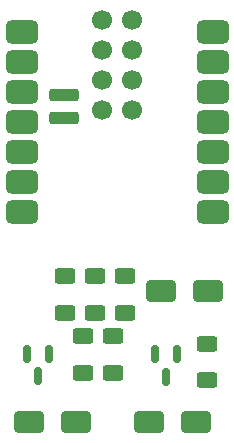
<source format=gbr>
%TF.GenerationSoftware,KiCad,Pcbnew,9.0.1*%
%TF.CreationDate,2025-05-22T11:03:56-04:00*%
%TF.ProjectId,Pneumatactors_1Xiao_PiezoPumps_2Valves,506e6575-6d61-4746-9163-746f72735f31,rev?*%
%TF.SameCoordinates,Original*%
%TF.FileFunction,Paste,Top*%
%TF.FilePolarity,Positive*%
%FSLAX46Y46*%
G04 Gerber Fmt 4.6, Leading zero omitted, Abs format (unit mm)*
G04 Created by KiCad (PCBNEW 9.0.1) date 2025-05-22 11:03:56*
%MOMM*%
%LPD*%
G01*
G04 APERTURE LIST*
G04 Aperture macros list*
%AMRoundRect*
0 Rectangle with rounded corners*
0 $1 Rounding radius*
0 $2 $3 $4 $5 $6 $7 $8 $9 X,Y pos of 4 corners*
0 Add a 4 corners polygon primitive as box body*
4,1,4,$2,$3,$4,$5,$6,$7,$8,$9,$2,$3,0*
0 Add four circle primitives for the rounded corners*
1,1,$1+$1,$2,$3*
1,1,$1+$1,$4,$5*
1,1,$1+$1,$6,$7*
1,1,$1+$1,$8,$9*
0 Add four rect primitives between the rounded corners*
20,1,$1+$1,$2,$3,$4,$5,0*
20,1,$1+$1,$4,$5,$6,$7,0*
20,1,$1+$1,$6,$7,$8,$9,0*
20,1,$1+$1,$8,$9,$2,$3,0*%
G04 Aperture macros list end*
%ADD10RoundRect,0.250000X-0.625000X0.400000X-0.625000X-0.400000X0.625000X-0.400000X0.625000X0.400000X0*%
%ADD11RoundRect,0.250000X0.625000X-0.400000X0.625000X0.400000X-0.625000X0.400000X-0.625000X-0.400000X0*%
%ADD12RoundRect,0.250000X1.000000X0.650000X-1.000000X0.650000X-1.000000X-0.650000X1.000000X-0.650000X0*%
%ADD13RoundRect,0.150000X-0.150000X0.587500X-0.150000X-0.587500X0.150000X-0.587500X0.150000X0.587500X0*%
%ADD14C,1.700000*%
%ADD15RoundRect,0.275000X0.975000X0.275000X-0.975000X0.275000X-0.975000X-0.275000X0.975000X-0.275000X0*%
%ADD16RoundRect,0.500000X-0.875000X-0.500000X0.875000X-0.500000X0.875000X0.500000X-0.875000X0.500000X0*%
G04 APERTURE END LIST*
D10*
%TO.C,R6*%
X48260000Y-65050000D03*
X48260000Y-61950000D03*
%TD*%
%TO.C,R1*%
X47260000Y-70130000D03*
X47260000Y-67030000D03*
%TD*%
D11*
%TO.C,R2*%
X57785000Y-67665000D03*
X57785000Y-70765000D03*
%TD*%
D12*
%TO.C,D2*%
X42720000Y-74295000D03*
X46720000Y-74295000D03*
%TD*%
D13*
%TO.C,Q1*%
X43450000Y-70455000D03*
X42500000Y-68580000D03*
X44400000Y-68580000D03*
%TD*%
D14*
%TO.C,U1*%
X51428636Y-47930000D03*
X48888636Y-47930000D03*
X51428636Y-45390000D03*
X48888636Y-45390000D03*
X51428636Y-42850000D03*
X48888636Y-42850000D03*
X51428636Y-40310000D03*
X48888636Y-40310000D03*
D15*
X45713636Y-46655000D03*
X45713636Y-48560000D03*
D16*
X58268636Y-41322000D03*
X58268636Y-43862000D03*
X58268636Y-46402000D03*
X58268636Y-48942000D03*
X58268636Y-51482000D03*
X58268636Y-54022000D03*
X58268636Y-56562000D03*
X42103636Y-56562000D03*
X42103636Y-54022000D03*
X42103636Y-51482000D03*
X42103636Y-48942000D03*
X42103636Y-46402000D03*
X42103636Y-43862000D03*
X42103636Y-41322000D03*
%TD*%
D12*
%TO.C,D1*%
X53880000Y-63246000D03*
X57880000Y-63246000D03*
%TD*%
D10*
%TO.C,R5*%
X50800000Y-65050000D03*
X50800000Y-61950000D03*
%TD*%
D11*
%TO.C,R3*%
X45720000Y-61950000D03*
X45720000Y-65050000D03*
%TD*%
D10*
%TO.C,R4*%
X49800000Y-70130000D03*
X49800000Y-67030000D03*
%TD*%
D13*
%TO.C,Q2*%
X54295000Y-70467500D03*
X53345000Y-68592500D03*
X55245000Y-68592500D03*
%TD*%
D12*
%TO.C,D3*%
X52880000Y-74295000D03*
X56880000Y-74295000D03*
%TD*%
M02*

</source>
